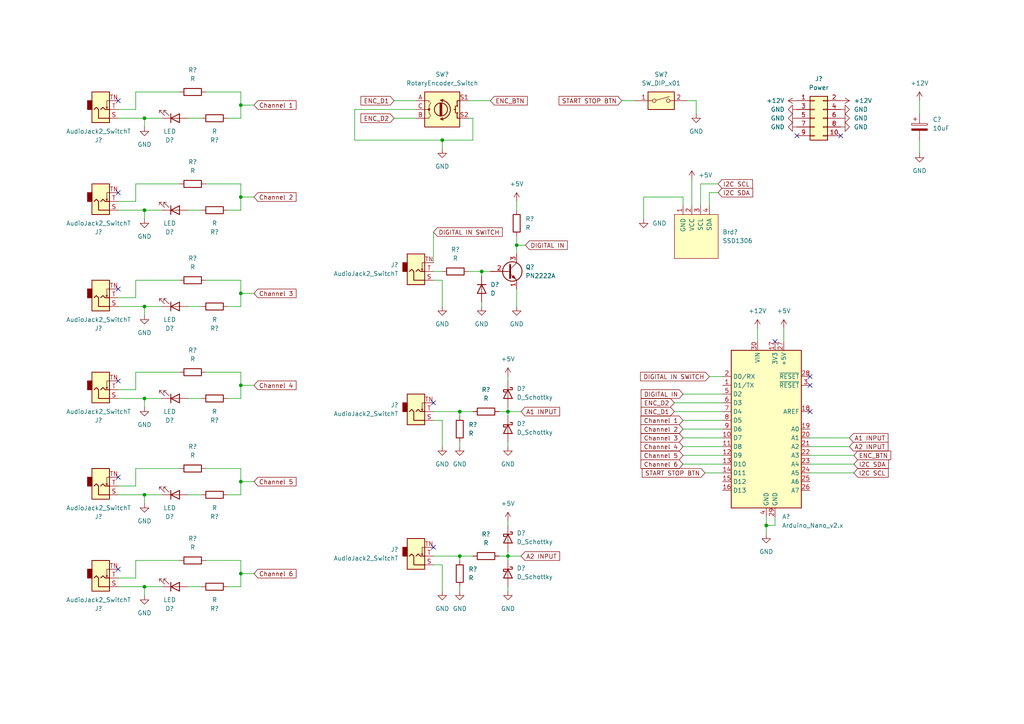
<source format=kicad_sch>
(kicad_sch (version 20211123) (generator eeschema)
  (paper "A4")
  (lib_symbols
    (symbol "Connector:AudioJack2_SwitchT"
      (property "Reference" "J" (at 0 8.89 0))
      (property "Value" "AudioJack2_SwitchT" (at 0 6.35 0))
      (symbol "AudioJack2_SwitchT_0_1"
        (rectangle (start -2.54 0) (end -3.81 -2.54) (stroke (width 0.254)) (fill (type outline)))
        (polyline (pts (xy 1.778 -0.254) (xy 2.032 -0.762)))
        (polyline (pts (xy 0 0) (xy 0.635 -0.635) (xy 1.27 0) (xy 2.54 0)) (stroke (width 0.254)))
        (polyline (pts (xy 2.54 -2.54) (xy 1.778 -2.54) (xy 1.778 -0.254) (xy 1.524 -0.762)))
        (polyline (pts (xy 2.54 2.54) (xy -0.635 2.54) (xy -0.635 0) (xy -1.27 -0.635) (xy -1.905 0)) (stroke (width 0.254)))
        (rectangle (start 2.54 3.81) (end -2.54 -5.08) (stroke (width 0.254)) (fill (type background)))
      )
      (symbol "AudioJack2_SwitchT_1_1"
        (pin passive line (at 5.08 2.54 180) (length 2.54) (name "~") (number "S"))
        (pin passive line (at 5.08 0 180) (length 2.54) (name "~") (number "T"))
        (pin passive line (at 5.08 -2.54 180) (length 2.54) (name "~") (number "TN"))
      )
    )
    (symbol "Connector_Generic:Conn_02x05_Odd_Even" (pin_names (offset 1.016) hide)
      (property "Reference" "J" (at 1.27 7.62 0))
      (property "Value" "Conn_02x05_Odd_Even" (at 1.27 -7.62 0))
      (symbol "Conn_02x05_Odd_Even_1_1"
        (rectangle (start -1.27 -4.953) (end 0 -5.207) (stroke (width 0.1524)))
        (rectangle (start -1.27 -2.413) (end 0 -2.667) (stroke (width 0.1524)))
        (rectangle (start -1.27 0.127) (end 0 -0.127) (stroke (width 0.1524)))
        (rectangle (start -1.27 2.667) (end 0 2.413) (stroke (width 0.1524)))
        (rectangle (start -1.27 5.207) (end 0 4.953) (stroke (width 0.1524)))
        (rectangle (start -1.27 6.35) (end 3.81 -6.35) (stroke (width 0.254)) (fill (type background)))
        (rectangle (start 3.81 -4.953) (end 2.54 -5.207) (stroke (width 0.1524)))
        (rectangle (start 3.81 -2.413) (end 2.54 -2.667) (stroke (width 0.1524)))
        (rectangle (start 3.81 0.127) (end 2.54 -0.127) (stroke (width 0.1524)))
        (rectangle (start 3.81 2.667) (end 2.54 2.413) (stroke (width 0.1524)))
        (rectangle (start 3.81 5.207) (end 2.54 4.953) (stroke (width 0.1524)))
        (pin passive line (at -5.08 5.08 0) (length 3.81) (name "Pin_1") (number "1"))
        (pin passive line (at 7.62 -5.08 180) (length 3.81) (name "Pin_10") (number "10"))
        (pin passive line (at 7.62 5.08 180) (length 3.81) (name "Pin_2") (number "2"))
        (pin passive line (at -5.08 2.54 0) (length 3.81) (name "Pin_3") (number "3"))
        (pin passive line (at 7.62 2.54 180) (length 3.81) (name "Pin_4") (number "4"))
        (pin passive line (at -5.08 0 0) (length 3.81) (name "Pin_5") (number "5"))
        (pin passive line (at 7.62 0 180) (length 3.81) (name "Pin_6") (number "6"))
        (pin passive line (at -5.08 -2.54 0) (length 3.81) (name "Pin_7") (number "7"))
        (pin passive line (at 7.62 -2.54 180) (length 3.81) (name "Pin_8") (number "8"))
        (pin passive line (at -5.08 -5.08 0) (length 3.81) (name "Pin_9") (number "9"))
      )
    )
    (symbol "Device:C_Polarized" (pin_numbers hide) (pin_names (offset 0.254))
      (property "Reference" "C" (at 0.635 2.54 0))
      (property "Value" "C_Polarized" (at 0.635 -2.54 0))
      (symbol "C_Polarized_0_1"
        (rectangle (start -2.286 0.508) (end 2.286 1.016))
        (polyline (pts (xy -1.778 2.286) (xy -0.762 2.286)))
        (polyline (pts (xy -1.27 2.794) (xy -1.27 1.778)))
        (rectangle (start 2.286 -0.508) (end -2.286 -1.016) (fill (type outline)))
      )
      (symbol "C_Polarized_1_1"
        (pin passive line (at 0 3.81 270) (length 2.794) (name "~") (number "1"))
        (pin passive line (at 0 -3.81 90) (length 2.794) (name "~") (number "2"))
      )
    )
    (symbol "Device:D" (pin_numbers hide) (pin_names (offset 1.016) hide)
      (property "Reference" "D" (at 0 2.54 0))
      (property "Value" "D" (at 0 -2.54 0))
      (symbol "D_0_1"
        (polyline (pts (xy -1.27 1.27) (xy -1.27 -1.27)) (stroke (width 0.254)))
        (polyline (pts (xy 1.27 0) (xy -1.27 0)))
        (polyline (pts (xy 1.27 1.27) (xy 1.27 -1.27) (xy -1.27 0) (xy 1.27 1.27)) (stroke (width 0.254)))
      )
      (symbol "D_1_1"
        (pin passive line (at -3.81 0 0) (length 2.54) (name "K") (number "1"))
        (pin passive line (at 3.81 0 180) (length 2.54) (name "A") (number "2"))
      )
    )
    (symbol "Device:D_Schottky" (pin_numbers hide) (pin_names (offset 1.016) hide)
      (property "Reference" "D" (at 0 2.54 0))
      (property "Value" "D_Schottky" (at 0 -2.54 0))
      (symbol "D_Schottky_0_1"
        (polyline (pts (xy 1.27 0) (xy -1.27 0)))
        (polyline (pts (xy 1.27 1.27) (xy 1.27 -1.27) (xy -1.27 0) (xy 1.27 1.27)) (stroke (width 0.254)))
        (polyline (pts (xy -1.905 0.635) (xy -1.905 1.27) (xy -1.27 1.27) (xy -1.27 -1.27) (xy -0.635 -1.27) (xy -0.635 -0.635)) (stroke (width 0.254)))
      )
      (symbol "D_Schottky_1_1"
        (pin passive line (at -3.81 0 0) (length 2.54) (name "K") (number "1"))
        (pin passive line (at 3.81 0 180) (length 2.54) (name "A") (number "2"))
      )
    )
    (symbol "Device:LED" (pin_numbers hide) (pin_names (offset 1.016) hide)
      (property "Reference" "D" (at 0 2.54 0))
      (property "Value" "LED" (at 0 -2.54 0))
      (symbol "LED_0_1"
        (polyline (pts (xy -1.27 -1.27) (xy -1.27 1.27)) (stroke (width 0.254)))
        (polyline (pts (xy -1.27 0) (xy 1.27 0)))
        (polyline (pts (xy 1.27 -1.27) (xy 1.27 1.27) (xy -1.27 0) (xy 1.27 -1.27)) (stroke (width 0.254)))
        (polyline (pts (xy -3.048 -0.762) (xy -4.572 -2.286) (xy -3.81 -2.286) (xy -4.572 -2.286) (xy -4.572 -1.524)))
        (polyline (pts (xy -1.778 -0.762) (xy -3.302 -2.286) (xy -2.54 -2.286) (xy -3.302 -2.286) (xy -3.302 -1.524)))
      )
      (symbol "LED_1_1"
        (pin passive line (at -3.81 0 0) (length 2.54) (name "K") (number "1"))
        (pin passive line (at 3.81 0 180) (length 2.54) (name "A") (number "2"))
      )
    )
    (symbol "Device:R" (pin_numbers hide) (pin_names (offset 0))
      (property "Reference" "R" (at 2.032 0 90))
      (property "Value" "R" (at 0 0 90))
      (symbol "R_0_1"
        (rectangle (start -1.016 -2.54) (end 1.016 2.54) (stroke (width 0.254)))
      )
      (symbol "R_1_1"
        (pin passive line (at 0 3.81 270) (length 1.27) (name "~") (number "1"))
        (pin passive line (at 0 -3.81 90) (length 1.27) (name "~") (number "2"))
      )
    )
    (symbol "Device:RotaryEncoder_Switch" (pin_names (offset 0.254) hide)
      (property "Reference" "SW" (at 0 6.604 0))
      (property "Value" "RotaryEncoder_Switch" (at 0 -6.604 0))
      (symbol "RotaryEncoder_Switch_0_1"
        (rectangle (start -5.08 5.08) (end 5.08 -5.08) (stroke (width 0.254)) (fill (type background)))
        (circle (center -3.81 0) (radius 0.254) (fill (type outline)))
        (arc (start -0.381 -2.794) (mid 2.3622 -0.0508) (end -0.381 2.667) (stroke (width 0.254)))
        (circle (center -0.381 0) (radius 1.905) (stroke (width 0.254)))
        (polyline (pts (xy -0.635 -1.778) (xy -0.635 1.778)) (stroke (width 0.254)))
        (polyline (pts (xy -0.381 -1.778) (xy -0.381 1.778)) (stroke (width 0.254)))
        (polyline (pts (xy -0.127 1.778) (xy -0.127 -1.778)) (stroke (width 0.254)))
        (polyline (pts (xy 3.81 0) (xy 3.429 0)) (stroke (width 0.254)))
        (polyline (pts (xy 3.81 1.016) (xy 3.81 -1.016)) (stroke (width 0.254)))
        (polyline (pts (xy -5.08 -2.54) (xy -3.81 -2.54) (xy -3.81 -2.032)))
        (polyline (pts (xy -5.08 2.54) (xy -3.81 2.54) (xy -3.81 2.032)))
        (polyline (pts (xy 0.254 -3.048) (xy -0.508 -2.794) (xy 0.127 -2.413)) (stroke (width 0.254)))
        (polyline (pts (xy 0.254 2.921) (xy -0.508 2.667) (xy 0.127 2.286)) (stroke (width 0.254)))
        (polyline (pts (xy 5.08 -2.54) (xy 4.318 -2.54) (xy 4.318 -1.016)) (stroke (width 0.254)))
        (polyline (pts (xy 5.08 2.54) (xy 4.318 2.54) (xy 4.318 1.016)) (stroke (width 0.254)))
        (polyline (pts (xy -5.08 0) (xy -3.81 0) (xy -3.81 -1.016) (xy -3.302 -2.032)))
        (polyline (pts (xy -4.318 0) (xy -3.81 0) (xy -3.81 1.016) (xy -3.302 2.032)))
        (circle (center 4.318 -1.016) (radius 0.127) (stroke (width 0.254)))
        (circle (center 4.318 1.016) (radius 0.127) (stroke (width 0.254)))
      )
      (symbol "RotaryEncoder_Switch_1_1"
        (pin passive line (at -7.62 2.54 0) (length 2.54) (name "A") (number "A"))
        (pin passive line (at -7.62 -2.54 0) (length 2.54) (name "B") (number "B"))
        (pin passive line (at -7.62 0 0) (length 2.54) (name "C") (number "C"))
        (pin passive line (at 7.62 2.54 180) (length 2.54) (name "S1") (number "S1"))
        (pin passive line (at 7.62 -2.54 180) (length 2.54) (name "S2") (number "S2"))
      )
    )
    (symbol "MCU_Module:Arduino_Nano_v2.x"
      (property "Reference" "A" (at -10.16 23.495 0))
      (property "Value" "Arduino_Nano_v2.x" (at 5.08 -24.13 0))
      (symbol "Arduino_Nano_v2.x_0_1"
        (rectangle (start -10.16 22.86) (end 10.16 -22.86) (stroke (width 0.254)) (fill (type background)))
      )
      (symbol "Arduino_Nano_v2.x_1_1"
        (pin bidirectional line (at -12.7 12.7 0) (length 2.54) (name "D1/TX") (number "1"))
        (pin bidirectional line (at -12.7 -2.54 0) (length 2.54) (name "D7") (number "10"))
        (pin bidirectional line (at -12.7 -5.08 0) (length 2.54) (name "D8") (number "11"))
        (pin bidirectional line (at -12.7 -7.62 0) (length 2.54) (name "D9") (number "12"))
        (pin bidirectional line (at -12.7 -10.16 0) (length 2.54) (name "D10") (number "13"))
        (pin bidirectional line (at -12.7 -12.7 0) (length 2.54) (name "D11") (number "14"))
        (pin bidirectional line (at -12.7 -15.24 0) (length 2.54) (name "D12") (number "15"))
        (pin bidirectional line (at -12.7 -17.78 0) (length 2.54) (name "D13") (number "16"))
        (pin power_out line (at 2.54 25.4 270) (length 2.54) (name "3V3") (number "17"))
        (pin input line (at 12.7 5.08 180) (length 2.54) (name "AREF") (number "18"))
        (pin bidirectional line (at 12.7 0 180) (length 2.54) (name "A0") (number "19"))
        (pin bidirectional line (at -12.7 15.24 0) (length 2.54) (name "D0/RX") (number "2"))
        (pin bidirectional line (at 12.7 -2.54 180) (length 2.54) (name "A1") (number "20"))
        (pin bidirectional line (at 12.7 -5.08 180) (length 2.54) (name "A2") (number "21"))
        (pin bidirectional line (at 12.7 -7.62 180) (length 2.54) (name "A3") (number "22"))
        (pin bidirectional line (at 12.7 -10.16 180) (length 2.54) (name "A4") (number "23"))
        (pin bidirectional line (at 12.7 -12.7 180) (length 2.54) (name "A5") (number "24"))
        (pin bidirectional line (at 12.7 -15.24 180) (length 2.54) (name "A6") (number "25"))
        (pin bidirectional line (at 12.7 -17.78 180) (length 2.54) (name "A7") (number "26"))
        (pin power_out line (at 5.08 25.4 270) (length 2.54) (name "+5V") (number "27"))
        (pin input line (at 12.7 15.24 180) (length 2.54) (name "~{RESET}") (number "28"))
        (pin power_in line (at 2.54 -25.4 90) (length 2.54) (name "GND") (number "29"))
        (pin input line (at 12.7 12.7 180) (length 2.54) (name "~{RESET}") (number "3"))
        (pin power_in line (at -2.54 25.4 270) (length 2.54) (name "VIN") (number "30"))
        (pin power_in line (at 0 -25.4 90) (length 2.54) (name "GND") (number "4"))
        (pin bidirectional line (at -12.7 10.16 0) (length 2.54) (name "D2") (number "5"))
        (pin bidirectional line (at -12.7 7.62 0) (length 2.54) (name "D3") (number "6"))
        (pin bidirectional line (at -12.7 5.08 0) (length 2.54) (name "D4") (number "7"))
        (pin bidirectional line (at -12.7 2.54 0) (length 2.54) (name "D5") (number "8"))
        (pin bidirectional line (at -12.7 0 0) (length 2.54) (name "D6") (number "9"))
      )
    )
    (symbol "SSD1306-128x64_OLED:SSD1306" (pin_names (offset 1.016))
      (property "Reference" "Brd" (at 0 -3.81 0))
      (property "Value" "SSD1306" (at 0 -1.27 0))
      (symbol "SSD1306_0_1"
        (rectangle (start -6.35 6.35) (end 6.35 -6.35) (fill (type background)))
      )
      (symbol "SSD1306_1_1"
        (pin input line (at -3.81 8.89 270) (length 2.54) (name "GND") (number "1"))
        (pin input line (at -1.27 8.89 270) (length 2.54) (name "VCC") (number "2"))
        (pin input line (at 1.27 8.89 270) (length 2.54) (name "SCL") (number "3"))
        (pin input line (at 3.81 8.89 270) (length 2.54) (name "SDA") (number "4"))
      )
    )
    (symbol "Switch:SW_DIP_x01" (pin_names (offset 0) hide)
      (property "Reference" "SW" (at 0 3.81 0))
      (property "Value" "SW_DIP_x01" (at 0 -3.81 0))
      (symbol "SW_DIP_x01_0_0"
        (circle (center -2.032 0) (radius 0.508))
        (polyline (pts (xy -1.524 0.127) (xy 2.3622 1.1684)))
        (circle (center 2.032 0) (radius 0.508))
      )
      (symbol "SW_DIP_x01_0_1"
        (rectangle (start -3.81 2.54) (end 3.81 -2.54) (stroke (width 0.254)) (fill (type background)))
      )
      (symbol "SW_DIP_x01_1_1"
        (pin passive line (at -7.62 0 0) (length 5.08) (name "~") (number "1"))
        (pin passive line (at 7.62 0 180) (length 5.08) (name "~") (number "2"))
      )
    )
    (symbol "Transistor_BJT:PN2222A" (pin_names (offset 0) hide)
      (property "Reference" "Q" (at 5.08 1.905 0))
      (property "Value" "PN2222A" (at 5.08 0 0))
      (symbol "PN2222A_0_1"
        (polyline (pts (xy 0 0) (xy 0.635 0)))
        (polyline (pts (xy 2.54 -2.54) (xy 0.635 -0.635)))
        (polyline (pts (xy 2.54 2.54) (xy 0.635 0.635)))
        (polyline (pts (xy 0.635 1.905) (xy 0.635 -1.905) (xy 0.635 -1.905)) (stroke (width 0.508)))
        (polyline (pts (xy 2.413 -2.413) (xy 1.905 -1.905) (xy 1.905 -1.905)))
        (polyline (pts (xy 1.143 -1.651) (xy 1.651 -1.143) (xy 2.159 -2.159) (xy 1.143 -1.651) (xy 1.143 -1.651)) (fill (type outline)))
        (circle (center 1.27 0) (radius 2.8194) (stroke (width 0.254)))
      )
      (symbol "PN2222A_1_1"
        (pin passive line (at 2.54 -5.08 90) (length 2.54) (name "E") (number "1"))
        (pin input line (at -5.08 0 0) (length 5.08) (name "B") (number "2"))
        (pin passive line (at 2.54 5.08 270) (length 2.54) (name "C") (number "3"))
      )
    )
    (symbol "power:+12V" (power) (pin_names (offset 0))
      (property "Value" "+12V" (at 0 3.556 0))
      (symbol "+12V_0_1"
        (polyline (pts (xy -0.762 1.27) (xy 0 2.54)))
        (polyline (pts (xy 0 0) (xy 0 2.54)))
        (polyline (pts (xy 0 2.54) (xy 0.762 1.27)))
      )
      (symbol "+12V_1_1"
        (pin power_in line (at 0 0 90) (length 0) hide (name "+12V") (number "1"))
      )
    )
    (symbol "power:+5V" (power) (pin_names (offset 0))
      (property "Value" "+5V" (at 0 3.556 0))
      (symbol "+5V_0_1"
        (polyline (pts (xy -0.762 1.27) (xy 0 2.54)))
        (polyline (pts (xy 0 0) (xy 0 2.54)))
        (polyline (pts (xy 0 2.54) (xy 0.762 1.27)))
      )
      (symbol "+5V_1_1"
        (pin power_in line (at 0 0 90) (length 0) hide (name "+5V") (number "1"))
      )
    )
    (symbol "power:GND" (power) (pin_names (offset 0))
      (property "Value" "GND" (at 0 -3.81 0))
      (symbol "GND_0_1"
        (polyline (pts (xy 0 0) (xy 0 -1.27) (xy 1.27 -1.27) (xy 0 -2.54) (xy -1.27 -1.27) (xy 0 -1.27)))
      )
      (symbol "GND_1_1"
        (pin power_in line (at 0 0 270) (length 0) hide (name "GND") (number "1"))
      )
    )
  )
  (junction (at 133.35 119.38))
  (junction (at 149.86 71.12))
  (junction (at 41.91 34.29))
  (junction (at 41.91 143.51))
  (junction (at 69.85 139.7))
  (junction (at 147.32 119.38))
  (junction (at 139.7 78.74))
  (junction (at 133.35 161.29))
  (junction (at 41.91 115.57))
  (junction (at 69.85 85.09))
  (junction (at 41.91 170.18))
  (junction (at 69.85 57.15))
  (junction (at 128.27 40.64))
  (junction (at 69.85 166.37))
  (junction (at 41.91 60.96))
  (junction (at 69.85 111.76))
  (junction (at 222.25 152.4))
  (junction (at 41.91 88.9))
  (junction (at 147.32 161.29))
  (junction (at 69.85 30.48))
  (no_connect (at 34.29 110.49))
  (no_connect (at 234.95 109.22))
  (no_connect (at 34.29 165.1))
  (no_connect (at 234.95 111.76))
  (no_connect (at 234.95 119.38))
  (no_connect (at 125.73 158.75))
  (no_connect (at 34.29 138.43))
  (no_connect (at 34.29 83.82))
  (no_connect (at 34.29 55.88))
  (no_connect (at 243.84 39.37))
  (no_connect (at 224.79 99.06))
  (no_connect (at 34.29 29.21))
  (no_connect (at 231.14 39.37))
  (no_connect (at 125.73 116.84))
  (wire (pts (xy 102.87 40.64) (xy 128.27 40.64)))
  (wire (pts (xy 147.32 119.38) (xy 147.32 120.65)))
  (wire (pts (xy 203.2 53.34) (xy 203.2 59.69)))
  (wire (pts (xy 69.85 166.37) (xy 69.85 170.18)))
  (wire (pts (xy 147.32 119.38) (xy 151.13 119.38)))
  (wire (pts (xy 135.89 78.74) (xy 139.7 78.74)))
  (wire (pts (xy 39.37 58.42) (xy 39.37 53.34)))
  (wire (pts (xy 198.12 124.46) (xy 209.55 124.46)))
  (wire (pts (xy 149.86 71.12) (xy 149.86 73.66)))
  (wire (pts (xy 54.61 143.51) (xy 58.42 143.51)))
  (wire (pts (xy 125.73 78.74) (xy 128.27 78.74)))
  (wire (pts (xy 147.32 161.29) (xy 147.32 162.56)))
  (wire (pts (xy 137.16 34.29) (xy 137.16 40.64)))
  (wire (pts (xy 137.16 40.64) (xy 128.27 40.64)))
  (wire (pts (xy 39.37 26.67) (xy 52.07 26.67)))
  (wire (pts (xy 34.29 34.29) (xy 41.91 34.29)))
  (wire (pts (xy 222.25 152.4) (xy 224.79 152.4)))
  (wire (pts (xy 41.91 34.29) (xy 46.99 34.29)))
  (wire (pts (xy 149.86 83.82) (xy 149.86 88.9)))
  (wire (pts (xy 34.29 88.9) (xy 41.91 88.9)))
  (wire (pts (xy 137.16 161.29) (xy 133.35 161.29)))
  (wire (pts (xy 135.89 29.21) (xy 142.24 29.21)))
  (wire (pts (xy 39.37 140.97) (xy 39.37 135.89)))
  (wire (pts (xy 198.12 57.15) (xy 198.12 59.69)))
  (wire (pts (xy 39.37 167.64) (xy 39.37 162.56)))
  (wire (pts (xy 208.28 53.34) (xy 203.2 53.34)))
  (wire (pts (xy 54.61 115.57) (xy 58.42 115.57)))
  (wire (pts (xy 39.37 162.56) (xy 52.07 162.56)))
  (wire (pts (xy 114.3 29.21) (xy 120.65 29.21)))
  (wire (pts (xy 133.35 119.38) (xy 133.35 120.65)))
  (wire (pts (xy 41.91 60.96) (xy 41.91 63.5)))
  (wire (pts (xy 39.37 31.75) (xy 39.37 26.67)))
  (wire (pts (xy 149.86 58.42) (xy 149.86 60.96)))
  (wire (pts (xy 227.33 95.25) (xy 227.33 99.06)))
  (wire (pts (xy 34.29 140.97) (xy 39.37 140.97)))
  (wire (pts (xy 34.29 170.18) (xy 41.91 170.18)))
  (wire (pts (xy 59.69 26.67) (xy 69.85 26.67)))
  (wire (pts (xy 133.35 161.29) (xy 133.35 162.56)))
  (wire (pts (xy 184.15 29.21) (xy 180.34 29.21)))
  (wire (pts (xy 69.85 53.34) (xy 69.85 57.15)))
  (wire (pts (xy 54.61 34.29) (xy 58.42 34.29)))
  (wire (pts (xy 125.73 121.92) (xy 128.27 121.92)))
  (wire (pts (xy 198.12 134.62) (xy 209.55 134.62)))
  (wire (pts (xy 266.7 29.21) (xy 266.7 33.02)))
  (wire (pts (xy 135.89 34.29) (xy 137.16 34.29)))
  (wire (pts (xy 147.32 160.02) (xy 147.32 161.29)))
  (wire (pts (xy 147.32 109.22) (xy 147.32 110.49)))
  (wire (pts (xy 41.91 60.96) (xy 46.99 60.96)))
  (wire (pts (xy 234.95 129.54) (xy 246.38 129.54)))
  (wire (pts (xy 39.37 81.28) (xy 52.07 81.28)))
  (wire (pts (xy 224.79 149.86) (xy 224.79 152.4)))
  (wire (pts (xy 147.32 128.27) (xy 147.32 129.54)))
  (wire (pts (xy 69.85 81.28) (xy 69.85 85.09)))
  (wire (pts (xy 54.61 60.96) (xy 58.42 60.96)))
  (wire (pts (xy 34.29 58.42) (xy 39.37 58.42)))
  (wire (pts (xy 34.29 86.36) (xy 39.37 86.36)))
  (wire (pts (xy 147.32 151.13) (xy 147.32 152.4)))
  (wire (pts (xy 69.85 57.15) (xy 69.85 60.96)))
  (wire (pts (xy 200.66 52.07) (xy 200.66 59.69)))
  (wire (pts (xy 234.95 127) (xy 246.38 127)))
  (wire (pts (xy 39.37 107.95) (xy 52.07 107.95)))
  (wire (pts (xy 69.85 107.95) (xy 69.85 111.76)))
  (wire (pts (xy 41.91 34.29) (xy 41.91 36.83)))
  (wire (pts (xy 147.32 170.18) (xy 147.32 171.45)))
  (wire (pts (xy 204.47 137.16) (xy 209.55 137.16)))
  (wire (pts (xy 139.7 87.63) (xy 139.7 88.9)))
  (wire (pts (xy 34.29 143.51) (xy 41.91 143.51)))
  (wire (pts (xy 41.91 115.57) (xy 41.91 118.11)))
  (wire (pts (xy 198.12 127) (xy 209.55 127)))
  (wire (pts (xy 69.85 26.67) (xy 69.85 30.48)))
  (wire (pts (xy 41.91 170.18) (xy 46.99 170.18)))
  (wire (pts (xy 205.74 55.88) (xy 205.74 59.69)))
  (wire (pts (xy 69.85 111.76) (xy 69.85 115.57)))
  (wire (pts (xy 34.29 113.03) (xy 39.37 113.03)))
  (wire (pts (xy 144.78 161.29) (xy 147.32 161.29)))
  (wire (pts (xy 198.12 132.08) (xy 209.55 132.08)))
  (wire (pts (xy 69.85 30.48) (xy 73.66 30.48)))
  (wire (pts (xy 128.27 81.28) (xy 128.27 88.9)))
  (wire (pts (xy 69.85 166.37) (xy 73.66 166.37)))
  (wire (pts (xy 34.29 31.75) (xy 39.37 31.75)))
  (wire (pts (xy 120.65 31.75) (xy 102.87 31.75)))
  (wire (pts (xy 198.12 121.92) (xy 209.55 121.92)))
  (wire (pts (xy 186.69 63.5) (xy 186.69 57.15)))
  (wire (pts (xy 69.85 115.57) (xy 66.04 115.57)))
  (wire (pts (xy 266.7 40.64) (xy 266.7 44.45)))
  (wire (pts (xy 198.12 129.54) (xy 209.55 129.54)))
  (wire (pts (xy 149.86 71.12) (xy 152.4 71.12)))
  (wire (pts (xy 41.91 143.51) (xy 41.91 146.05)))
  (wire (pts (xy 139.7 78.74) (xy 139.7 80.01)))
  (wire (pts (xy 201.93 29.21) (xy 199.39 29.21)))
  (wire (pts (xy 234.95 137.16) (xy 247.65 137.16)))
  (wire (pts (xy 41.91 143.51) (xy 46.99 143.51)))
  (wire (pts (xy 125.73 81.28) (xy 128.27 81.28)))
  (wire (pts (xy 198.12 114.3) (xy 209.55 114.3)))
  (wire (pts (xy 114.3 34.29) (xy 120.65 34.29)))
  (wire (pts (xy 201.93 29.21) (xy 201.93 33.02)))
  (wire (pts (xy 195.58 116.84) (xy 209.55 116.84)))
  (wire (pts (xy 39.37 113.03) (xy 39.37 107.95)))
  (wire (pts (xy 34.29 60.96) (xy 41.91 60.96)))
  (wire (pts (xy 69.85 143.51) (xy 66.04 143.51)))
  (wire (pts (xy 69.85 85.09) (xy 69.85 88.9)))
  (wire (pts (xy 137.16 119.38) (xy 133.35 119.38)))
  (wire (pts (xy 54.61 88.9) (xy 58.42 88.9)))
  (wire (pts (xy 102.87 31.75) (xy 102.87 40.64)))
  (wire (pts (xy 41.91 88.9) (xy 46.99 88.9)))
  (wire (pts (xy 195.58 119.38) (xy 209.55 119.38)))
  (wire (pts (xy 69.85 34.29) (xy 66.04 34.29)))
  (wire (pts (xy 41.91 115.57) (xy 46.99 115.57)))
  (wire (pts (xy 125.73 67.31) (xy 125.73 76.2)))
  (wire (pts (xy 149.86 68.58) (xy 149.86 71.12)))
  (wire (pts (xy 69.85 139.7) (xy 73.66 139.7)))
  (wire (pts (xy 234.95 134.62) (xy 247.65 134.62)))
  (wire (pts (xy 128.27 40.64) (xy 128.27 43.18)))
  (wire (pts (xy 69.85 30.48) (xy 69.85 34.29)))
  (wire (pts (xy 59.69 53.34) (xy 69.85 53.34)))
  (wire (pts (xy 59.69 135.89) (xy 69.85 135.89)))
  (wire (pts (xy 41.91 170.18) (xy 41.91 172.72)))
  (wire (pts (xy 133.35 119.38) (xy 125.73 119.38)))
  (wire (pts (xy 147.32 118.11) (xy 147.32 119.38)))
  (wire (pts (xy 222.25 149.86) (xy 222.25 152.4)))
  (wire (pts (xy 69.85 111.76) (xy 73.66 111.76)))
  (wire (pts (xy 69.85 88.9) (xy 66.04 88.9)))
  (wire (pts (xy 133.35 128.27) (xy 133.35 129.54)))
  (wire (pts (xy 69.85 60.96) (xy 66.04 60.96)))
  (wire (pts (xy 41.91 88.9) (xy 41.91 91.44)))
  (wire (pts (xy 54.61 170.18) (xy 58.42 170.18)))
  (wire (pts (xy 147.32 161.29) (xy 151.13 161.29)))
  (wire (pts (xy 39.37 53.34) (xy 52.07 53.34)))
  (wire (pts (xy 186.69 57.15) (xy 198.12 57.15)))
  (wire (pts (xy 219.71 95.25) (xy 219.71 99.06)))
  (wire (pts (xy 128.27 121.92) (xy 128.27 129.54)))
  (wire (pts (xy 69.85 57.15) (xy 73.66 57.15)))
  (wire (pts (xy 139.7 78.74) (xy 142.24 78.74)))
  (wire (pts (xy 34.29 115.57) (xy 41.91 115.57)))
  (wire (pts (xy 133.35 170.18) (xy 133.35 171.45)))
  (wire (pts (xy 59.69 107.95) (xy 69.85 107.95)))
  (wire (pts (xy 69.85 135.89) (xy 69.85 139.7)))
  (wire (pts (xy 34.29 167.64) (xy 39.37 167.64)))
  (wire (pts (xy 234.95 132.08) (xy 247.65 132.08)))
  (wire (pts (xy 69.85 139.7) (xy 69.85 143.51)))
  (wire (pts (xy 59.69 162.56) (xy 69.85 162.56)))
  (wire (pts (xy 133.35 161.29) (xy 125.73 161.29)))
  (wire (pts (xy 144.78 119.38) (xy 147.32 119.38)))
  (wire (pts (xy 208.28 55.88) (xy 205.74 55.88)))
  (wire (pts (xy 205.74 109.22) (xy 209.55 109.22)))
  (wire (pts (xy 222.25 152.4) (xy 222.25 154.94)))
  (wire (pts (xy 69.85 162.56) (xy 69.85 166.37)))
  (wire (pts (xy 39.37 135.89) (xy 52.07 135.89)))
  (wire (pts (xy 128.27 163.83) (xy 128.27 171.45)))
  (wire (pts (xy 59.69 81.28) (xy 69.85 81.28)))
  (wire (pts (xy 39.37 86.36) (xy 39.37 81.28)))
  (wire (pts (xy 125.73 163.83) (xy 128.27 163.83)))
  (wire (pts (xy 69.85 85.09) (xy 73.66 85.09)))
  (wire (pts (xy 69.85 170.18) (xy 66.04 170.18)))
  (global_label "START STOP BTN" (shape input) (at 180.34 29.21 180) (property "Intersheet References" "${INTERSHEET_REFS}" (effects hide)))
  (global_label "A2 INPUT" (shape input) (at 246.38 129.54 0) (property "Intersheet References" "${INTERSHEET_REFS}" (effects hide)))
  (global_label "Channel 5" (shape input) (at 198.12 132.08 180) (property "Intersheet References" "${INTERSHEET_REFS}" (effects hide)))
  (global_label "Channel 1" (shape input) (at 198.12 121.92 180) (property "Intersheet References" "${INTERSHEET_REFS}" (effects hide)))
  (global_label "Channel 4" (shape input) (at 198.12 129.54 180) (property "Intersheet References" "${INTERSHEET_REFS}" (effects hide)))
  (global_label "ENC_BTN" (shape input) (at 247.65 132.08 0) (property "Intersheet References" "${INTERSHEET_REFS}" (effects hide)))
  (global_label "START STOP BTN" (shape input) (at 204.47 137.16 180) (property "Intersheet References" "${INTERSHEET_REFS}" (effects hide)))
  (global_label "Channel 5" (shape input) (at 73.66 139.7 0) (property "Intersheet References" "${INTERSHEET_REFS}" (effects hide)))
  (global_label "ENC_D2" (shape input) (at 114.3 34.29 180) (property "Intersheet References" "${INTERSHEET_REFS}" (effects hide)))
  (global_label "Channel 3" (shape input) (at 198.12 127 180) (property "Intersheet References" "${INTERSHEET_REFS}" (effects hide)))
  (global_label "A1 INPUT" (shape input) (at 151.13 119.38 0) (property "Intersheet References" "${INTERSHEET_REFS}" (effects hide)))
  (global_label "Channel 3" (shape input) (at 73.66 85.09 0) (property "Intersheet References" "${INTERSHEET_REFS}" (effects hide)))
  (global_label "ENC_BTN" (shape input) (at 142.24 29.21 0) (property "Intersheet References" "${INTERSHEET_REFS}" (effects hide)))
  (global_label "DIGITAL IN SWITCH" (shape input) (at 125.73 67.31 0) (property "Intersheet References" "${INTERSHEET_REFS}" (effects hide)))
  (global_label "DIGITAL IN SWITCH" (shape input) (at 205.74 109.22 180) (property "Intersheet References" "${INTERSHEET_REFS}" (effects hide)))
  (global_label "DIGITAL IN" (shape input) (at 198.12 114.3 180) (property "Intersheet References" "${INTERSHEET_REFS}" (effects hide)))
  (global_label "I2C SDA" (shape input) (at 247.65 134.62 0) (property "Intersheet References" "${INTERSHEET_REFS}" (effects hide)))
  (global_label "Channel 6" (shape input) (at 73.66 166.37 0) (property "Intersheet References" "${INTERSHEET_REFS}" (effects hide)))
  (global_label "Channel 1" (shape input) (at 73.66 30.48 0) (property "Intersheet References" "${INTERSHEET_REFS}" (effects hide)))
  (global_label "DIGITAL IN" (shape input) (at 152.4 71.12 0) (property "Intersheet References" "${INTERSHEET_REFS}" (effects hide)))
  (global_label "ENC_D2" (shape input) (at 195.58 116.84 180) (property "Intersheet References" "${INTERSHEET_REFS}" (effects hide)))
  (global_label "ENC_D1" (shape input) (at 114.3 29.21 180) (property "Intersheet References" "${INTERSHEET_REFS}" (effects hide)))
  (global_label "Channel 2" (shape input) (at 73.66 57.15 0) (property "Intersheet References" "${INTERSHEET_REFS}" (effects hide)))
  (global_label "Channel 4" (shape input) (at 73.66 111.76 0) (property "Intersheet References" "${INTERSHEET_REFS}" (effects hide)))
  (global_label "ENC_D1" (shape input) (at 195.58 119.38 180) (property "Intersheet References" "${INTERSHEET_REFS}" (effects hide)))
  (global_label "Channel 2" (shape input) (at 198.12 124.46 180) (property "Intersheet References" "${INTERSHEET_REFS}" (effects hide)))
  (global_label "I2C SCL" (shape input) (at 208.28 53.34 0) (property "Intersheet References" "${INTERSHEET_REFS}" (effects hide)))
  (global_label "I2C SDA" (shape input) (at 208.28 55.88 0) (property "Intersheet References" "${INTERSHEET_REFS}" (effects hide)))
  (global_label "A2 INPUT" (shape input) (at 151.13 161.29 0) (property "Intersheet References" "${INTERSHEET_REFS}" (effects hide)))
  (global_label "I2C SCL" (shape input) (at 247.65 137.16 0) (property "Intersheet References" "${INTERSHEET_REFS}" (effects hide)))
  (global_label "Channel 6" (shape input) (at 198.12 134.62 180) (property "Intersheet References" "${INTERSHEET_REFS}" (effects hide)))
  (global_label "A1 INPUT" (shape input) (at 246.38 127 0) (property "Intersheet References" "${INTERSHEET_REFS}" (effects hide)))
  (symbol (lib_id "power:GND") (at 149.86 88.9 0) (unit 1)
    (property "Reference" "#PWR?" (effects hide))
    (property "Value" "GND" (at 149.86 93.98 0))
  )
  (symbol (lib_id "power:GND") (at 222.25 154.94 0) (unit 1)
    (property "Reference" "#PWR?" (effects hide))
    (property "Value" "GND" (at 222.25 160.02 0))
  )
  (symbol (lib_id "Connector:AudioJack2_SwitchT") (at 120.65 119.38 0) (mirror x) (unit 1)
    (property "Reference" "J?" (at 115.57 117.4749 0) (effects (justify right)))
    (property "Value" "AudioJack2_SwitchT" (at 115.57 120.0149 0) (effects (justify right)))
  )
  (symbol (lib_id "Connector:AudioJack2_SwitchT") (at 29.21 31.75 0) (mirror x) (unit 1)
    (property "Reference" "J?" (at 28.575 40.64 0))
    (property "Value" "AudioJack2_SwitchT" (at 28.575 38.1 0))
  )
  (symbol (lib_id "Device:LED") (at 50.8 88.9 0) (mirror x) (unit 1)
    (property "Reference" "D?" (at 49.2125 95.25 0))
    (property "Value" "LED" (at 49.2125 92.71 0))
  )
  (symbol (lib_id "power:GND") (at 133.35 171.45 0) (mirror y) (unit 1)
    (property "Reference" "#PWR?" (effects hide))
    (property "Value" "GND" (at 133.35 176.53 0))
  )
  (symbol (lib_id "power:+5V") (at 149.86 58.42 0) (unit 1)
    (property "Reference" "#PWR?" (effects hide))
    (property "Value" "+5V" (at 149.86 53.34 0))
  )
  (symbol (lib_id "Device:R") (at 133.35 124.46 0) (mirror y) (unit 1)
    (property "Reference" "R?" (at 135.89 123.1899 0) (effects (justify right)))
    (property "Value" "R" (at 135.89 125.7299 0) (effects (justify right)))
  )
  (symbol (lib_id "power:GND") (at 41.91 118.11 0) (mirror y) (unit 1)
    (property "Reference" "#PWR?" (effects hide))
    (property "Value" "GND" (at 41.91 123.19 0))
  )
  (symbol (lib_id "power:GND") (at 147.32 171.45 0) (mirror y) (unit 1)
    (property "Reference" "#PWR?" (effects hide))
    (property "Value" "GND" (at 147.32 176.53 0))
  )
  (symbol (lib_id "Connector:AudioJack2_SwitchT") (at 29.21 167.64 0) (mirror x) (unit 1)
    (property "Reference" "J?" (at 28.575 176.53 0))
    (property "Value" "AudioJack2_SwitchT" (at 28.575 173.99 0))
  )
  (symbol (lib_id "power:+12V") (at 219.71 95.25 0) (unit 1)
    (property "Reference" "#PWR?" (effects hide))
    (property "Value" "+12V" (at 219.71 90.17 0))
  )
  (symbol (lib_id "power:GND") (at 231.14 31.75 270) (unit 1)
    (property "Reference" "#PWR?" (effects hide))
    (property "Value" "GND" (at 223.52 31.75 90) (effects (justify left)))
  )
  (symbol (lib_id "power:GND") (at 133.35 129.54 0) (mirror y) (unit 1)
    (property "Reference" "#PWR?" (effects hide))
    (property "Value" "GND" (at 133.35 134.62 0))
  )
  (symbol (lib_id "Device:LED") (at 50.8 115.57 0) (mirror x) (unit 1)
    (property "Reference" "D?" (at 49.2125 121.92 0))
    (property "Value" "LED" (at 49.2125 119.38 0))
  )
  (symbol (lib_id "power:GND") (at 243.84 31.75 90) (unit 1)
    (property "Reference" "#PWR?" (effects hide))
    (property "Value" "GND" (at 247.65 31.7499 90) (effects (justify right)))
  )
  (symbol (lib_id "Device:R") (at 133.35 166.37 0) (mirror y) (unit 1)
    (property "Reference" "R?" (at 135.89 165.0999 0) (effects (justify right)))
    (property "Value" "R" (at 135.89 167.6399 0) (effects (justify right)))
  )
  (symbol (lib_id "power:GND") (at 266.7 44.45 0) (unit 1)
    (property "Reference" "#PWR?" (effects hide))
    (property "Value" "GND" (at 266.7 49.53 0))
  )
  (symbol (lib_id "power:GND") (at 243.84 36.83 90) (unit 1)
    (property "Reference" "#PWR?" (effects hide))
    (property "Value" "GND" (at 247.65 36.8299 90) (effects (justify right)))
  )
  (symbol (lib_id "Device:D_Schottky") (at 147.32 114.3 270) (unit 1)
    (property "Reference" "D?" (at 149.86 112.7124 90) (effects (justify left)))
    (property "Value" "D_Schottky" (at 149.86 115.2524 90) (effects (justify left)))
  )
  (symbol (lib_id "MCU_Module:Arduino_Nano_v2.x") (at 222.25 124.46 0) (unit 1)
    (property "Reference" "A?" (at 226.8094 149.86 0) (effects (justify left)))
    (property "Value" "Arduino_Nano_v2.x" (at 226.8094 152.4 0) (effects (justify left)))
    (property "Footprint" "Module:Arduino_Nano" (effects hide))
    (property "Datasheet" "https://www.arduino.cc/en/uploads/Main/ArduinoNanoManual23.pdf" (effects hide))
  )
  (symbol (lib_id "Device:D_Schottky") (at 147.32 124.46 270) (unit 1)
    (property "Reference" "D?" (at 149.86 122.8724 90) (effects (justify left)))
    (property "Value" "D_Schottky" (at 149.86 125.4124 90) (effects (justify left)))
  )
  (symbol (lib_id "Device:R") (at 62.23 88.9 90) (mirror x) (unit 1)
    (property "Reference" "R?" (at 62.23 95.25 90))
    (property "Value" "R" (at 62.23 92.71 90))
  )
  (symbol (lib_id "power:GND") (at 128.27 129.54 0) (mirror y) (unit 1)
    (property "Reference" "#PWR?" (effects hide))
    (property "Value" "GND" (at 128.27 134.62 0))
  )
  (symbol (lib_id "power:GND") (at 139.7 88.9 0) (unit 1)
    (property "Reference" "#PWR?" (effects hide))
    (property "Value" "GND" (at 139.7 93.98 0))
  )
  (symbol (lib_id "power:GND") (at 231.14 36.83 270) (unit 1)
    (property "Reference" "#PWR?" (effects hide))
    (property "Value" "GND" (at 223.52 36.83 90) (effects (justify left)))
  )
  (symbol (lib_id "Device:R") (at 62.23 143.51 90) (mirror x) (unit 1)
    (property "Reference" "R?" (at 62.23 149.86 90))
    (property "Value" "R" (at 62.23 147.32 90))
  )
  (symbol (lib_id "Device:LED") (at 50.8 34.29 0) (mirror x) (unit 1)
    (property "Reference" "D?" (at 49.2125 40.64 0))
    (property "Value" "LED" (at 49.2125 38.1 0))
  )
  (symbol (lib_id "Device:R") (at 132.08 78.74 90) (unit 1)
    (property "Reference" "R?" (at 132.08 72.39 90))
    (property "Value" "R" (at 132.08 74.93 90))
  )
  (symbol (lib_id "Device:R") (at 55.88 81.28 270) (mirror x) (unit 1)
    (property "Reference" "R?" (at 55.88 74.93 90))
    (property "Value" "R" (at 55.88 77.47 90))
  )
  (symbol (lib_id "Device:R") (at 62.23 60.96 90) (mirror x) (unit 1)
    (property "Reference" "R?" (at 62.23 67.31 90))
    (property "Value" "R" (at 62.23 64.77 90))
  )
  (symbol (lib_id "Connector:AudioJack2_SwitchT") (at 120.65 161.29 0) (mirror x) (unit 1)
    (property "Reference" "J?" (at 115.57 159.3849 0) (effects (justify right)))
    (property "Value" "AudioJack2_SwitchT" (at 115.57 161.9249 0) (effects (justify right)))
  )
  (symbol (lib_id "Device:R") (at 55.88 107.95 270) (mirror x) (unit 1)
    (property "Reference" "R?" (at 55.88 101.6 90))
    (property "Value" "R" (at 55.88 104.14 90))
  )
  (symbol (lib_id "Device:R") (at 140.97 161.29 270) (mirror x) (unit 1)
    (property "Reference" "R?" (at 140.97 154.94 90))
    (property "Value" "R" (at 140.97 157.48 90))
  )
  (symbol (lib_id "power:GND") (at 128.27 171.45 0) (mirror y) (unit 1)
    (property "Reference" "#PWR?" (effects hide))
    (property "Value" "GND" (at 128.27 176.53 0))
  )
  (symbol (lib_id "power:+12V") (at 231.14 29.21 90) (unit 1)
    (property "Reference" "#PWR?" (effects hide))
    (property "Value" "+12V" (at 222.25 29.21 90) (effects (justify right)))
  )
  (symbol (lib_id "power:GND") (at 186.69 63.5 0) (unit 1)
    (property "Reference" "#PWR?" (effects hide))
    (property "Value" "GND" (at 189.23 64.7699 0) (effects (justify left)))
  )
  (symbol (lib_id "SSD1306-128x64_OLED:SSD1306") (at 201.93 68.58 0) (unit 1)
    (property "Reference" "Brd?" (at 209.55 67.3099 0) (effects (justify left)))
    (property "Value" "SSD1306" (at 209.55 69.8499 0) (effects (justify left)))
  )
  (symbol (lib_id "power:GND") (at 41.91 63.5 0) (mirror y) (unit 1)
    (property "Reference" "#PWR?" (effects hide))
    (property "Value" "GND" (at 41.91 68.58 0))
  )
  (symbol (lib_id "power:GND") (at 201.93 33.02 0) (unit 1)
    (property "Reference" "#PWR?" (effects hide))
    (property "Value" "GND" (at 201.93 38.1 0))
  )
  (symbol (lib_id "Device:RotaryEncoder_Switch") (at 128.27 31.75 0) (unit 1)
    (property "Reference" "SW?" (at 128.27 21.59 0))
    (property "Value" "RotaryEncoder_Switch" (at 128.27 24.13 0))
  )
  (symbol (lib_id "Device:D_Schottky") (at 147.32 156.21 270) (unit 1)
    (property "Reference" "D?" (at 149.86 154.6224 90) (effects (justify left)))
    (property "Value" "D_Schottky" (at 149.86 157.1624 90) (effects (justify left)))
  )
  (symbol (lib_id "Device:LED") (at 50.8 170.18 0) (mirror x) (unit 1)
    (property "Reference" "D?" (at 49.2125 176.53 0))
    (property "Value" "LED" (at 49.2125 173.99 0))
  )
  (symbol (lib_id "Device:R") (at 62.23 34.29 90) (mirror x) (unit 1)
    (property "Reference" "R?" (at 62.23 40.64 90))
    (property "Value" "R" (at 62.23 38.1 90))
  )
  (symbol (lib_id "power:+12V") (at 243.84 29.21 270) (unit 1)
    (property "Reference" "#PWR?" (effects hide))
    (property "Value" "+12V" (at 247.65 29.2099 90) (effects (justify left)))
  )
  (symbol (lib_id "Connector:AudioJack2_SwitchT") (at 29.21 58.42 0) (mirror x) (unit 1)
    (property "Reference" "J?" (at 28.575 67.31 0))
    (property "Value" "AudioJack2_SwitchT" (at 28.575 64.77 0))
  )
  (symbol (lib_id "Device:R") (at 55.88 26.67 270) (mirror x) (unit 1)
    (property "Reference" "R?" (at 55.88 20.32 90))
    (property "Value" "R" (at 55.88 22.86 90))
  )
  (symbol (lib_id "power:GND") (at 41.91 36.83 0) (mirror y) (unit 1)
    (property "Reference" "#PWR?" (effects hide))
    (property "Value" "GND" (at 41.91 41.91 0))
  )
  (symbol (lib_id "power:+5V") (at 147.32 151.13 0) (mirror y) (unit 1)
    (property "Reference" "#PWR?" (effects hide))
    (property "Value" "+5V" (at 147.32 146.05 0))
  )
  (symbol (lib_id "power:+12V") (at 266.7 29.21 0) (unit 1)
    (property "Reference" "#PWR?" (effects hide))
    (property "Value" "+12V" (at 266.7 24.13 0))
  )
  (symbol (lib_id "Device:R") (at 62.23 170.18 90) (mirror x) (unit 1)
    (property "Reference" "R?" (at 62.23 176.53 90))
    (property "Value" "R" (at 62.23 173.99 90))
  )
  (symbol (lib_id "power:GND") (at 128.27 43.18 0) (unit 1)
    (property "Reference" "#PWR?" (effects hide))
    (property "Value" "GND" (at 128.27 48.26 0))
  )
  (symbol (lib_id "power:GND") (at 231.14 34.29 270) (unit 1)
    (property "Reference" "#PWR?" (effects hide))
    (property "Value" "GND" (at 223.52 34.29 90) (effects (justify left)))
  )
  (symbol (lib_id "power:GND") (at 41.91 146.05 0) (mirror y) (unit 1)
    (property "Reference" "#PWR?" (effects hide))
    (property "Value" "GND" (at 41.91 151.13 0))
  )
  (symbol (lib_id "Device:D_Schottky") (at 147.32 166.37 270) (unit 1)
    (property "Reference" "D?" (at 149.86 164.7824 90) (effects (justify left)))
    (property "Value" "D_Schottky" (at 149.86 167.3224 90) (effects (justify left)))
  )
  (symbol (lib_id "Connector:AudioJack2_SwitchT") (at 29.21 140.97 0) (mirror x) (unit 1)
    (property "Reference" "J?" (at 28.575 149.86 0))
    (property "Value" "AudioJack2_SwitchT" (at 28.575 147.32 0))
  )
  (symbol (lib_id "Connector:AudioJack2_SwitchT") (at 29.21 86.36 0) (mirror x) (unit 1)
    (property "Reference" "J?" (at 28.575 95.25 0))
    (property "Value" "AudioJack2_SwitchT" (at 28.575 92.71 0))
  )
  (symbol (lib_id "Connector:AudioJack2_SwitchT") (at 29.21 113.03 0) (mirror x) (unit 1)
    (property "Reference" "J?" (at 28.575 121.92 0))
    (property "Value" "AudioJack2_SwitchT" (at 28.575 119.38 0))
  )
  (symbol (lib_id "power:GND") (at 147.32 129.54 0) (mirror y) (unit 1)
    (property "Reference" "#PWR?" (effects hide))
    (property "Value" "GND" (at 147.32 134.62 0))
  )
  (symbol (lib_id "power:+5V") (at 200.66 52.07 0) (unit 1)
    (property "Reference" "#PWR?" (effects hide))
    (property "Value" "+5V" (at 202.565 50.7999 0) (effects (justify left)))
  )
  (symbol (lib_id "Connector:AudioJack2_SwitchT") (at 120.65 78.74 0) (mirror x) (unit 1)
    (property "Reference" "J?" (at 115.57 76.8349 0) (effects (justify right)))
    (property "Value" "AudioJack2_SwitchT" (at 115.57 79.3749 0) (effects (justify right)))
  )
  (symbol (lib_id "Device:C_Polarized") (at 266.7 36.83 0) (unit 1)
    (property "Reference" "C?" (at 270.51 34.6709 0) (effects (justify left)))
    (property "Value" "10uF" (at 270.51 37.2109 0) (effects (justify left)))
  )
  (symbol (lib_id "power:+5V") (at 147.32 109.22 0) (mirror y) (unit 1)
    (property "Reference" "#PWR?" (effects hide))
    (property "Value" "+5V" (at 147.32 104.14 0))
  )
  (symbol (lib_id "Device:LED") (at 50.8 60.96 0) (mirror x) (unit 1)
    (property "Reference" "D?" (at 49.2125 67.31 0))
    (property "Value" "LED" (at 49.2125 64.77 0))
  )
  (symbol (lib_id "Device:R") (at 140.97 119.38 270) (mirror x) (unit 1)
    (property "Reference" "R?" (at 140.97 113.03 90))
    (property "Value" "R" (at 140.97 115.57 90))
  )
  (symbol (lib_id "Connector_Generic:Conn_02x05_Odd_Even") (at 236.22 34.29 0) (unit 1)
    (property "Reference" "J?" (at 237.49 22.86 0))
    (property "Value" "Power" (at 237.49 25.4 0))
  )
  (symbol (lib_id "Switch:SW_DIP_x01") (at 191.77 29.21 0) (unit 1)
    (property "Reference" "SW?" (at 191.77 21.59 0))
    (property "Value" "SW_DIP_x01" (at 191.77 24.13 0))
  )
  (symbol (lib_id "power:+5V") (at 227.33 95.25 0) (unit 1)
    (property "Reference" "#PWR?" (effects hide))
    (property "Value" "+5V" (at 227.33 90.17 0))
  )
  (symbol (lib_id "power:GND") (at 41.91 172.72 0) (mirror y) (unit 1)
    (property "Reference" "#PWR?" (effects hide))
    (property "Value" "GND" (at 41.91 177.8 0))
  )
  (symbol (lib_id "Device:D") (at 139.7 83.82 270) (unit 1)
    (property "Reference" "D?" (at 142.24 82.5499 90) (effects (justify left)))
    (property "Value" "D" (at 142.24 85.0899 90) (effects (justify left)))
  )
  (symbol (lib_id "power:GND") (at 128.27 88.9 0) (unit 1)
    (property "Reference" "#PWR?" (effects hide))
    (property "Value" "GND" (at 128.27 93.98 0))
  )
  (symbol (lib_id "Device:R") (at 149.86 64.77 180) (unit 1)
    (property "Reference" "R?" (at 152.4 63.4999 0) (effects (justify right)))
    (property "Value" "R" (at 152.4 66.0399 0) (effects (justify right)))
  )
  (symbol (lib_id "Device:LED") (at 50.8 143.51 0) (mirror x) (unit 1)
    (property "Reference" "D?" (at 49.2125 149.86 0))
    (property "Value" "LED" (at 49.2125 147.32 0))
  )
  (symbol (lib_id "power:GND") (at 243.84 34.29 90) (unit 1)
    (property "Reference" "#PWR?" (effects hide))
    (property "Value" "GND" (at 247.65 34.2899 90) (effects (justify right)))
  )
  (symbol (lib_id "Device:R") (at 62.23 115.57 90) (mirror x) (unit 1)
    (property "Reference" "R?" (at 62.23 121.92 90))
    (property "Value" "R" (at 62.23 119.38 90))
  )
  (symbol (lib_id "Transistor_BJT:PN2222A") (at 147.32 78.74 0) (unit 1)
    (property "Reference" "Q?" (at 152.4 77.4699 0) (effects (justify left)))
    (property "Value" "PN2222A" (at 152.4 80.0099 0) (effects (justify left)))
    (property "Footprint" "Package_TO_SOT_THT:TO-92_Inline" (effects hide))
    (property "Datasheet" "https://www.onsemi.com/pub/Collateral/PN2222-D.PDF" (effects hide))
  )
  (symbol (lib_id "Device:R") (at 55.88 162.56 270) (mirror x) (unit 1)
    (property "Reference" "R?" (at 55.88 156.21 90))
    (property "Value" "R" (at 55.88 158.75 90))
  )
  (symbol (lib_id "Device:R") (at 55.88 53.34 270) (mirror x) (unit 1)
    (property "Reference" "R?" (at 55.88 46.99 90))
    (property "Value" "R" (at 55.88 49.53 90))
  )
  (symbol (lib_id "Device:R") (at 55.88 135.89 270) (mirror x) (unit 1)
    (property "Reference" "R?" (at 55.88 129.54 90))
    (property "Value" "R" (at 55.88 132.08 90))
  )
  (symbol (lib_id "power:GND") (at 41.91 91.44 0) (mirror y) (unit 1)
    (property "Reference" "#PWR?" (effects hide))
    (property "Value" "GND" (at 41.91 96.52 0))
  )
)
</source>
